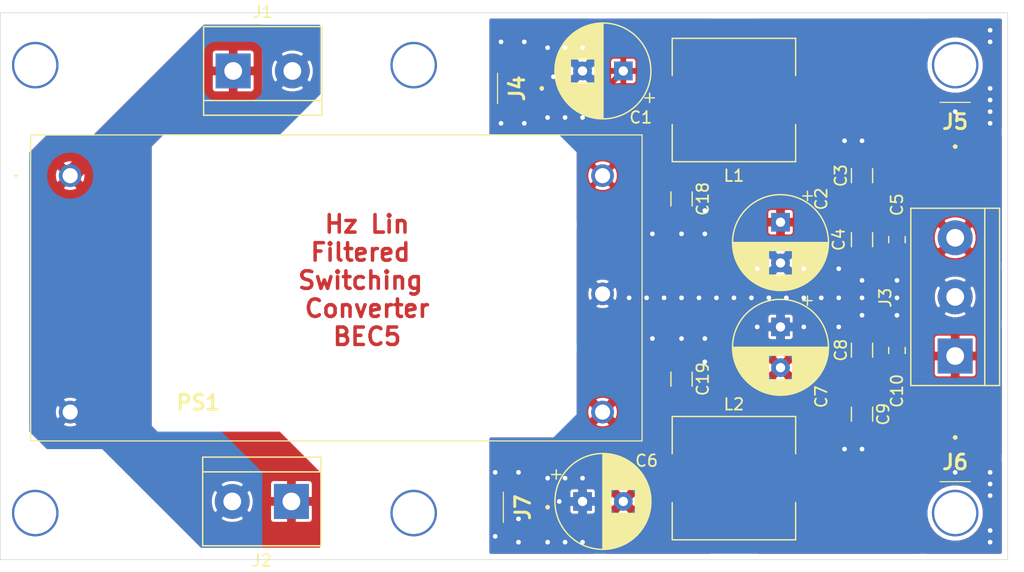
<source format=kicad_pcb>
(kicad_pcb (version 20171130) (host pcbnew "(5.1.4)-1")
  (layers (0 F.Cu signal) (31 B.Cu signal) (34 B.Paste user) (35 F.Paste user) (36 B.SilkS user) (37 F.SilkS user) (38 B.Mask user) (39 F.Mask user) (44 Edge.Cuts user))
  (net 0 "")
  (net 1 "Net-(C1-Pad1)")
  (net 2 "Net-(C2-Pad1)")
  (net 3 "Net-(C10-Pad1)")
  (net 4 GND)
  (net 5 "Net-(C19-Pad2)")
  (net 6 "Net-(J1-Pad2)")
  (net 7 "Net-(J1-Pad1)")
  (module SamacSys_Parts:23370191 (layer F.Cu) (at 87.5 109.5 90)
    (fp_text reference J7 (at 0 0.375 90) (layer F.SilkS) (effects (font (size 1.27 1.27) (thickness 0.254))))
    (fp_text value 2337019-1 hide)
    (pad 3 smd rect (at 1.475 0 90) (size 1.05 2.2) (layers F.Cu F.Paste F.Mask) (net 4 GND))
    (pad 2 smd rect (at -1.475 0 90) (size 1.05 2.2) (layers F.Cu F.Paste F.Mask) (net 4 GND))
    (pad 1 smd rect (at 0 1.525 90) (size 1 1.05) (layers F.Cu F.Paste F.Mask) (net 5 "Net-(C19-Pad2)"))
  )
  (module SamacSys_Parts:23370191 (layer F.Cu) (at 125 106 180)
    (fp_text reference J6 (at 0 0.375) (layer F.SilkS) (effects (font (size 1.27 1.27) (thickness 0.254))))
    (fp_text value 2337019-1 hide)
    (pad 3 smd rect (at 1.475 0 180) (size 1.05 2.2) (layers F.Cu F.Paste F.Mask) (net 4 GND))
    (pad 2 smd rect (at -1.475 0 180) (size 1.05 2.2) (layers F.Cu F.Paste F.Mask) (net 4 GND))
    (pad 1 smd rect (at 0 1.525 180) (size 1 1.05) (layers F.Cu F.Paste F.Mask) (net 3 "Net-(C10-Pad1)"))
  )
  (module SamacSys_Parts:23370191 (layer F.Cu) (at 125 76)
    (fp_text reference J5 (at 0 0.375) (layer F.SilkS) (effects (font (size 1.27 1.27) (thickness 0.254))))
    (fp_text value 2337019-1 hide)
    (pad 3 smd rect (at 1.475 0) (size 1.05 2.2) (layers F.Cu F.Paste F.Mask) (net 4 GND))
    (pad 2 smd rect (at -1.475 0) (size 1.05 2.2) (layers F.Cu F.Paste F.Mask) (net 4 GND))
    (pad 1 smd rect (at 0 1.525) (size 1 1.05) (layers F.Cu F.Paste F.Mask) (net 2 "Net-(C2-Pad1)"))
  )
  (module SamacSys_Parts:23370191 (layer F.Cu) (at 87 73.5 90)
    (fp_text reference J4 (at 0 0.375 90) (layer F.SilkS) (effects (font (size 1.27 1.27) (thickness 0.254))))
    (fp_text value 2337019-1 hide)
    (pad 3 smd rect (at 1.475 0 90) (size 1.05 2.2) (layers F.Cu F.Paste F.Mask) (net 4 GND))
    (pad 2 smd rect (at -1.475 0 90) (size 1.05 2.2) (layers F.Cu F.Paste F.Mask) (net 4 GND))
    (pad 1 smd rect (at 0 1.525 90) (size 1 1.05) (layers F.Cu F.Paste F.Mask) (net 1 "Net-(C1-Pad1)"))
  )
  (module TerminalBlock:TerminalBlock_bornier-2_P5.08mm (layer F.Cu) (at 68 109 180)
    (fp_text reference J2 (at 2.54 -5.08) (layer F.SilkS))
    (fp_text value Screw_Terminal_01x02)
    (pad 2 thru_hole circle (at 5.08 0 180) (size 3 3) (drill 1.52) (layers *.Cu *.Mask) (net 6 "Net-(J1-Pad2)"))
    (pad 1 thru_hole rect (at 0 0 180) (size 3 3) (drill 1.52) (layers *.Cu *.Mask) (net 7 "Net-(J1-Pad1)"))
  )
  (module TerminalBlock:TerminalBlock_bornier-2_P5.08mm (layer F.Cu) (at 63 72)
    (fp_text reference J1 (at 2.54 -5.08) (layer F.SilkS))
    (fp_text value Screw_Terminal_01x02)
    (pad 2 thru_hole circle (at 5.08 0) (size 3 3) (drill 1.52) (layers *.Cu *.Mask) (net 6 "Net-(J1-Pad2)"))
    (pad 1 thru_hole rect (at 0 0) (size 3 3) (drill 1.52) (layers *.Cu *.Mask) (net 7 "Net-(J1-Pad1)"))
  )
  (module Capacitor_SMD:C_1206_3216Metric_Pad1.42x1.75mm_HandSolder (layer F.Cu) (at 101.5 98.4875 270)
    (fp_text reference C19 (at 0 -1.82 90) (layer F.SilkS))
    (fp_text value 1uF)
    (pad 2 smd roundrect (at 1.4875 0 270) (size 1.425 1.75) (layers F.Cu F.Paste F.Mask) (roundrect_rratio 0.175439) (net 5 "Net-(C19-Pad2)"))
    (pad 1 smd roundrect (at -1.4875 0 270) (size 1.425 1.75) (layers F.Cu F.Paste F.Mask) (roundrect_rratio 0.175439) (net 4 GND))
  )
  (module Capacitor_SMD:C_1206_3216Metric_Pad1.42x1.75mm_HandSolder (layer F.Cu) (at 101.5 83 270)
    (fp_text reference C18 (at 0 -1.82 90) (layer F.SilkS))
    (fp_text value 1uF)
    (pad 2 smd roundrect (at 1.4875 0 270) (size 1.425 1.75) (layers F.Cu F.Paste F.Mask) (roundrect_rratio 0.175439) (net 4 GND))
    (pad 1 smd roundrect (at -1.4875 0 270) (size 1.425 1.75) (layers F.Cu F.Paste F.Mask) (roundrect_rratio 0.175439) (net 1 "Net-(C1-Pad1)"))
  )
  (module Inductor_SMD:L_10.4x10.4_H4.8 (layer F.Cu) (at 106 107)
    (fp_text reference L2 (at 0 -6.35) (layer F.SilkS))
    (fp_text value "100uH(IHLP4040DZER101M11)")
    (pad 2 smd rect (at 4.15 0) (size 2.7 3.6) (layers F.Cu F.Paste F.Mask) (net 3 "Net-(C10-Pad1)"))
    (pad 1 smd rect (at -4.15 0) (size 2.7 3.6) (layers F.Cu F.Paste F.Mask) (net 5 "Net-(C19-Pad2)"))
  )
  (module TerminalBlock:TerminalBlock_bornier-3_P5.08mm (layer F.Cu) (at 125 96.5 90)
    (fp_text reference J3 (at 5 -6 90) (layer F.SilkS))
    (fp_text value Screw_Terminal_01x03)
    (pad 3 thru_hole circle (at 10.16 0 90) (size 3 3) (drill 1.52) (layers *.Cu *.Mask) (net 2 "Net-(C2-Pad1)"))
    (pad 2 thru_hole circle (at 5.08 0 90) (size 3 3) (drill 1.52) (layers *.Cu *.Mask) (net 4 GND))
    (pad 1 thru_hole rect (at 0 0 90) (size 3 3) (drill 1.52) (layers *.Cu *.Mask) (net 3 "Net-(C10-Pad1)"))
  )
  (module Capacitor_SMD:C_0805_2012Metric_Pad1.15x1.40mm_HandSolder (layer F.Cu) (at 120 96.025 90)
    (fp_text reference C10 (at -3.475 0 90) (layer F.SilkS))
    (fp_text value 0.1uF)
    (pad 2 smd roundrect (at 1.025 0 90) (size 1.15 1.4) (layers F.Cu F.Paste F.Mask) (roundrect_rratio 0.217391) (net 4 GND))
    (pad 1 smd roundrect (at -1.025 0 90) (size 1.15 1.4) (layers F.Cu F.Paste F.Mask) (roundrect_rratio 0.217391) (net 3 "Net-(C10-Pad1)"))
  )
  (module Capacitor_SMD:C_1206_3216Metric_Pad1.42x1.75mm_HandSolder (layer F.Cu) (at 117 101.5 270)
    (fp_text reference C9 (at 0 -1.82 90) (layer F.SilkS))
    (fp_text value 1uF)
    (pad 2 smd roundrect (at 1.4875 0 270) (size 1.425 1.75) (layers F.Cu F.Paste F.Mask) (roundrect_rratio 0.175439) (net 4 GND))
    (pad 1 smd roundrect (at -1.4875 0 270) (size 1.425 1.75) (layers F.Cu F.Paste F.Mask) (roundrect_rratio 0.175439) (net 3 "Net-(C10-Pad1)"))
  )
  (module Capacitor_SMD:C_1206_3216Metric_Pad1.42x1.75mm_HandSolder (layer F.Cu) (at 117 96 90)
    (fp_text reference C8 (at 0 -1.82 90) (layer F.SilkS))
    (fp_text value 1uF)
    (pad 2 smd roundrect (at 1.4875 0 90) (size 1.425 1.75) (layers F.Cu F.Paste F.Mask) (roundrect_rratio 0.175439) (net 4 GND))
    (pad 1 smd roundrect (at -1.4875 0 90) (size 1.425 1.75) (layers F.Cu F.Paste F.Mask) (roundrect_rratio 0.175439) (net 3 "Net-(C10-Pad1)"))
  )
  (module Capacitor_THT:CP_Radial_D8.0mm_P3.50mm (layer F.Cu) (at 110 94 270)
    (fp_text reference C7 (at 6 -3.5 90) (layer F.SilkS))
    (fp_text value "680uF(RNL1C681MDS1)")
    (pad 2 thru_hole circle (at 3.5 0 270) (size 1.6 1.6) (drill 0.8) (layers *.Cu *.Mask) (net 3 "Net-(C10-Pad1)"))
    (pad 1 thru_hole rect (at 0 0 270) (size 1.6 1.6) (drill 0.8) (layers *.Cu *.Mask) (net 4 GND))
  )
  (module Capacitor_THT:CP_Radial_D8.0mm_P3.50mm (layer F.Cu) (at 93 109)
    (fp_text reference C6 (at 5.5 -3.5) (layer F.SilkS))
    (fp_text value "220uF(RNU1C271MDN1)")
    (pad 2 thru_hole circle (at 3.5 0) (size 1.6 1.6) (drill 0.8) (layers *.Cu *.Mask) (net 5 "Net-(C19-Pad2)"))
    (pad 1 thru_hole rect (at 0 0) (size 1.6 1.6) (drill 0.8) (layers *.Cu *.Mask) (net 4 GND))
  )
  (module SamacSys_Parts:RAC2024SK (layer F.Cu) (at 49 81)
    (fp_text reference PS1 (at 11 19.5) (layer F.SilkS) (effects (font (size 1.27 1.27) (thickness 0.254))))
    (fp_text value RAC20-12DK hide)
    (pad 5 thru_hole circle (at 45.72 0) (size 1.95 1.95) (drill 1.3) (layers *.Cu *.Mask) (net 1 "Net-(C1-Pad1)"))
    (pad 4 thru_hole circle (at 45.72 10.16) (size 1.95 1.95) (drill 1.3) (layers *.Cu *.Mask) (net 4 GND))
    (pad 3 thru_hole circle (at 45.72 20.32) (size 1.95 1.95) (drill 1.3) (layers *.Cu *.Mask) (net 5 "Net-(C19-Pad2)"))
    (pad 2 thru_hole circle (at 0 20.32) (size 1.95 1.95) (drill 1.3) (layers *.Cu *.Mask) (net 6 "Net-(J1-Pad2)"))
    (pad 1 thru_hole circle (at 0 0) (size 1.95 1.95) (drill 1.3) (layers *.Cu *.Mask) (net 7 "Net-(J1-Pad1)"))
  )
  (module Inductor_SMD:L_10.4x10.4_H4.8 (layer F.Cu) (at 106 74.5)
    (fp_text reference L1 (at 0 6.5) (layer F.SilkS))
    (fp_text value "100uH(IHLP4040DZER101M11)")
    (pad 2 smd rect (at 4.15 0) (size 2.7 3.6) (layers F.Cu F.Paste F.Mask) (net 2 "Net-(C2-Pad1)"))
    (pad 1 smd rect (at -4.15 0) (size 2.7 3.6) (layers F.Cu F.Paste F.Mask) (net 1 "Net-(C1-Pad1)"))
  )
  (module Capacitor_SMD:C_0805_2012Metric_Pad1.15x1.40mm_HandSolder (layer F.Cu) (at 120 86.5 270)
    (fp_text reference C5 (at -3 0 90) (layer F.SilkS))
    (fp_text value 0.1uF)
    (pad 2 smd roundrect (at 1.025 0 270) (size 1.15 1.4) (layers F.Cu F.Paste F.Mask) (roundrect_rratio 0.217391) (net 4 GND))
    (pad 1 smd roundrect (at -1.025 0 270) (size 1.15 1.4) (layers F.Cu F.Paste F.Mask) (roundrect_rratio 0.217391) (net 2 "Net-(C2-Pad1)"))
  )
  (module Capacitor_SMD:C_1206_3216Metric_Pad1.42x1.75mm_HandSolder (layer F.Cu) (at 117 86.5 270)
    (fp_text reference C4 (at 0 2 90) (layer F.SilkS))
    (fp_text value 1uF)
    (pad 2 smd roundrect (at 1.4875 0 270) (size 1.425 1.75) (layers F.Cu F.Paste F.Mask) (roundrect_rratio 0.175439) (net 4 GND))
    (pad 1 smd roundrect (at -1.4875 0 270) (size 1.425 1.75) (layers F.Cu F.Paste F.Mask) (roundrect_rratio 0.175439) (net 2 "Net-(C2-Pad1)"))
  )
  (module Capacitor_SMD:C_1206_3216Metric_Pad1.42x1.75mm_HandSolder (layer F.Cu) (at 117 81 90)
    (fp_text reference C3 (at 0 -1.82 90) (layer F.SilkS))
    (fp_text value 1uF)
    (pad 2 smd roundrect (at 1.4875 0 90) (size 1.425 1.75) (layers F.Cu F.Paste F.Mask) (roundrect_rratio 0.175439) (net 4 GND))
    (pad 1 smd roundrect (at -1.4875 0 90) (size 1.425 1.75) (layers F.Cu F.Paste F.Mask) (roundrect_rratio 0.175439) (net 2 "Net-(C2-Pad1)"))
  )
  (module Capacitor_THT:CP_Radial_D8.0mm_P3.50mm (layer F.Cu) (at 110 85 270)
    (fp_text reference C2 (at -2 -3.5 90) (layer F.SilkS))
    (fp_text value "680uF(RNL1C681MDS1)")
    (pad 2 thru_hole circle (at 3.5 0 270) (size 1.6 1.6) (drill 0.8) (layers *.Cu *.Mask) (net 4 GND))
    (pad 1 thru_hole rect (at 0 0 270) (size 1.6 1.6) (drill 0.8) (layers *.Cu *.Mask) (net 2 "Net-(C2-Pad1)"))
  )
  (module Capacitor_THT:CP_Radial_D8.0mm_P3.50mm (layer F.Cu) (at 96.5 72 180)
    (fp_text reference C1 (at -1.5 -4) (layer F.SilkS))
    (fp_text value "220uF(RNU1C271MDN1)")
    (pad 2 thru_hole circle (at 3.5 0 180) (size 1.6 1.6) (drill 0.8) (layers *.Cu *.Mask) (net 4 GND))
    (pad 1 thru_hole rect (at 0 0 180) (size 1.6 1.6) (drill 0.8) (layers *.Cu *.Mask) (net 1 "Net-(C1-Pad1)"))
  )
  (gr_text "Hz Lin\nFiltered \nSwitching \nConverter\nBEC5\n" (at 74.5 90) (layer F.Cu) (effects (font (size 1.5 1.5) (thickness 0.3))))
  (gr_line (start 129.5 114) (end 43 114) (layer Edge.Cuts) (width 0.05))
  (gr_line (start 129.5 67) (end 129.5 114) (layer Edge.Cuts) (width 0.05))
  (gr_line (start 43 67) (end 43 114) (layer Edge.Cuts) (width 0.05))
  (gr_line (start 129.5 67) (end 43 67) (layer Edge.Cuts) (width 0.05))
  (via (at 125 71.5) (size 4) (drill 3.6) (layers F.Cu B.Cu) (net 0))
  (via (at 125 110) (size 4) (drill 3.6) (layers F.Cu B.Cu) (net 0))
  (via (at 46 110) (size 4) (drill 3.6) (layers F.Cu B.Cu) (net 0))
  (via (at 46 71.5) (size 4) (drill 3.6) (layers F.Cu B.Cu) (net 0))
  (via (at 78.5 71.5) (size 4) (drill 3.6) (layers F.Cu B.Cu) (net 0))
  (via (at 78.5 110) (size 4) (drill 3.6) (layers F.Cu B.Cu) (net 0))
  (segment (start 94.745 81.025) (end 94.72 81) (width 0.5) (layer B.Cu) (net 1))
  (segment (start 88.55 73.5) (end 89.05 74) (width 0.5) (layer F.Cu) (net 1))
  (segment (start 88.525 73.5) (end 88.55 73.5) (width 0.5) (layer F.Cu) (net 1))
  (segment (start 89.05 74) (end 94.5 74) (width 0.5) (layer F.Cu) (net 1))
  (segment (start 94.5 74) (end 96.5 72) (width 0.5) (layer F.Cu) (net 1))
  (segment (start 125 78.55) (end 124.5 79.05) (width 0.5) (layer F.Cu) (net 2))
  (segment (start 125 77.525) (end 125 78.55) (width 0.5) (layer F.Cu) (net 2))
  (via (at 113.5 91.5) (size 0.8) (drill 0.4) (layers F.Cu B.Cu) (net 4))
  (via (at 115 91.5) (size 0.8) (drill 0.4) (layers F.Cu B.Cu) (net 4))
  (via (at 117 91.5) (size 0.8) (drill 0.4) (layers F.Cu B.Cu) (net 4))
  (via (at 117 90) (size 0.8) (drill 0.4) (layers F.Cu B.Cu) (net 4))
  (via (at 117 93) (size 0.8) (drill 0.4) (layers F.Cu B.Cu) (net 4))
  (via (at 120 93) (size 0.8) (drill 0.4) (layers F.Cu B.Cu) (net 4))
  (via (at 120 91.5) (size 0.8) (drill 0.4) (layers F.Cu B.Cu) (net 4))
  (via (at 120 90) (size 0.8) (drill 0.4) (layers F.Cu B.Cu) (net 4))
  (via (at 112 91.5) (size 0.8) (drill 0.4) (layers F.Cu B.Cu) (net 4))
  (via (at 110.5 91.5) (size 0.8) (drill 0.4) (layers F.Cu B.Cu) (net 4))
  (via (at 109 91.5) (size 0.8) (drill 0.4) (layers F.Cu B.Cu) (net 4))
  (via (at 107.5 91.5) (size 0.8) (drill 0.4) (layers F.Cu B.Cu) (net 4))
  (via (at 106 91.5) (size 0.8) (drill 0.4) (layers F.Cu B.Cu) (net 4))
  (via (at 104.5 91.5) (size 0.8) (drill 0.4) (layers F.Cu B.Cu) (net 4))
  (via (at 103 91.5) (size 0.8) (drill 0.4) (layers F.Cu B.Cu) (net 4))
  (via (at 101.5 91.5) (size 0.8) (drill 0.4) (layers F.Cu B.Cu) (net 4))
  (via (at 100 91.5) (size 0.8) (drill 0.4) (layers F.Cu B.Cu) (net 4))
  (via (at 98.5 91.5) (size 0.8) (drill 0.4) (layers F.Cu B.Cu) (net 4))
  (via (at 97 91.5) (size 0.8) (drill 0.4) (layers F.Cu B.Cu) (net 4))
  (via (at 117 78) (size 0.8) (drill 0.4) (layers F.Cu B.Cu) (net 4))
  (segment (start 117 79.5125) (end 117 78) (width 0.5) (layer F.Cu) (net 4))
  (via (at 117 104.5) (size 0.8) (drill 0.4) (layers F.Cu B.Cu) (net 4))
  (segment (start 117 102.9875) (end 117 104.5) (width 0.5) (layer F.Cu) (net 4))
  (via (at 125 75.5) (size 0.8) (drill 0.4) (layers F.Cu B.Cu) (net 4))
  (via (at 128 68.5) (size 0.8) (drill 0.4) (layers F.Cu B.Cu) (net 4))
  (via (at 128 69.5) (size 0.8) (drill 0.4) (layers F.Cu B.Cu) (net 4))
  (via (at 128 73.5) (size 0.8) (drill 0.4) (layers F.Cu B.Cu) (net 4))
  (via (at 128 74.5) (size 0.8) (drill 0.4) (layers F.Cu B.Cu) (net 4))
  (via (at 128 75.5) (size 0.8) (drill 0.4) (layers F.Cu B.Cu) (net 4))
  (via (at 128 76.5) (size 0.8) (drill 0.4) (layers F.Cu B.Cu) (net 4))
  (via (at 128 106.5) (size 0.8) (drill 0.4) (layers F.Cu B.Cu) (net 4))
  (via (at 128 107.5) (size 0.8) (drill 0.4) (layers F.Cu B.Cu) (net 4))
  (via (at 128 108.5) (size 0.8) (drill 0.4) (layers F.Cu B.Cu) (net 4))
  (via (at 128 111.5) (size 0.8) (drill 0.4) (layers F.Cu B.Cu) (net 4))
  (via (at 128 112.5) (size 0.8) (drill 0.4) (layers F.Cu B.Cu) (net 4))
  (via (at 125 106.5) (size 0.8) (drill 0.4) (layers F.Cu B.Cu) (net 4))
  (via (at 93 76) (size 0.8) (drill 0.4) (layers F.Cu B.Cu) (net 4))
  (via (at 91.5 76) (size 0.8) (drill 0.4) (layers F.Cu B.Cu) (net 4))
  (via (at 90 76) (size 0.8) (drill 0.4) (layers F.Cu B.Cu) (net 4))
  (via (at 88 76.5) (size 0.8) (drill 0.4) (layers F.Cu B.Cu) (net 4))
  (via (at 86 76.5) (size 0.8) (drill 0.4) (layers F.Cu B.Cu) (net 4))
  (via (at 86 69.5) (size 0.8) (drill 0.4) (layers F.Cu B.Cu) (net 4))
  (via (at 88 69.5) (size 0.8) (drill 0.4) (layers F.Cu B.Cu) (net 4))
  (via (at 90 70) (size 0.8) (drill 0.4) (layers F.Cu B.Cu) (net 4))
  (via (at 91.5 70) (size 0.8) (drill 0.4) (layers F.Cu B.Cu) (net 4))
  (via (at 90.5 72.5) (size 0.8) (drill 0.4) (layers F.Cu B.Cu) (net 4))
  (via (at 93 112.5) (size 0.8) (drill 0.4) (layers F.Cu B.Cu) (net 4))
  (via (at 91.5 112.5) (size 0.8) (drill 0.4) (layers F.Cu B.Cu) (net 4))
  (via (at 90 112.5) (size 0.8) (drill 0.4) (layers F.Cu B.Cu) (net 4))
  (via (at 87.5 112.5) (size 0.8) (drill 0.4) (layers F.Cu B.Cu) (net 4))
  (via (at 85.5 112) (size 0.8) (drill 0.4) (layers F.Cu B.Cu) (net 4))
  (via (at 87.5 110.5) (size 0.8) (drill 0.4) (layers F.Cu B.Cu) (net 4))
  (via (at 91 109) (size 0.8) (drill 0.4) (layers F.Cu B.Cu) (net 4))
  (via (at 90 107) (size 0.8) (drill 0.4) (layers F.Cu B.Cu) (net 4))
  (via (at 91.5 107) (size 0.8) (drill 0.4) (layers F.Cu B.Cu) (net 4))
  (via (at 93 107) (size 0.8) (drill 0.4) (layers F.Cu B.Cu) (net 4))
  (via (at 87.5 106.5) (size 0.8) (drill 0.4) (layers F.Cu B.Cu) (net 4))
  (via (at 85.5 106.5) (size 0.8) (drill 0.4) (layers F.Cu B.Cu) (net 4))
  (via (at 93 70) (size 0.8) (drill 0.4) (layers F.Cu B.Cu) (net 4))
  (via (at 103.5 84) (size 0.8) (drill 0.4) (layers F.Cu B.Cu) (net 4))
  (via (at 103.5 86) (size 0.8) (drill 0.4) (layers F.Cu B.Cu) (net 4))
  (via (at 101.5 86) (size 0.8) (drill 0.4) (layers F.Cu B.Cu) (net 4))
  (via (at 99 86) (size 0.8) (drill 0.4) (layers F.Cu B.Cu) (net 4))
  (via (at 99 95) (size 0.8) (drill 0.4) (layers F.Cu B.Cu) (net 4))
  (via (at 101.5 95) (size 0.8) (drill 0.4) (layers F.Cu B.Cu) (net 4))
  (via (at 103.5 95) (size 0.8) (drill 0.4) (layers F.Cu B.Cu) (net 4))
  (via (at 103.5 97) (size 0.8) (drill 0.4) (layers F.Cu B.Cu) (net 4))
  (via (at 112 89) (size 0.8) (drill 0.4) (layers F.Cu B.Cu) (net 4))
  (via (at 108 89) (size 0.8) (drill 0.4) (layers F.Cu B.Cu) (net 4))
  (via (at 108 94) (size 0.8) (drill 0.4) (layers F.Cu B.Cu) (net 4))
  (via (at 112 94) (size 0.8) (drill 0.4) (layers F.Cu B.Cu) (net 4))
  (via (at 115 89) (size 0.8) (drill 0.4) (layers F.Cu B.Cu) (net 4))
  (via (at 115 94) (size 0.8) (drill 0.4) (layers F.Cu B.Cu) (net 4))
  (via (at 115.5 104.5) (size 0.8) (drill 0.4) (layers F.Cu B.Cu) (net 4))
  (segment (start 117 102.9875) (end 117 103) (width 0.5) (layer F.Cu) (net 4))
  (segment (start 117 103) (end 115.5 104.5) (width 0.5) (layer F.Cu) (net 4))
  (via (at 115.5 78) (size 0.8) (drill 0.4) (layers F.Cu B.Cu) (net 4))
  (segment (start 117 79.5125) (end 117 79.5) (width 0.5) (layer F.Cu) (net 4))
  (segment (start 117 79.5) (end 115.5 78) (width 0.5) (layer F.Cu) (net 4))
  (segment (start 94.9 101.5) (end 94.72 101.32) (width 0.5) (layer B.Cu) (net 5))
  (segment (start 95.5 110) (end 96.5 109) (width 0.5) (layer F.Cu) (net 5))
  (segment (start 95.5 111) (end 95.5 110) (width 0.5) (layer F.Cu) (net 5))
  (segment (start 90.05 110.5) (end 90.55 111) (width 0.5) (layer F.Cu) (net 5))
  (segment (start 94.5 111) (end 96.5 109) (width 0.5) (layer F.Cu) (net 5))
  (segment (start 90.55 111) (end 94.5 111) (width 0.5) (layer F.Cu) (net 5))
  (segment (start 90.025 110.5) (end 89.025 109.5) (width 0.5) (layer F.Cu) (net 5))
  (segment (start 90.05 110.5) (end 90.025 110.5) (width 0.5) (layer F.Cu) (net 5))
  (segment (start 55 77.5) (end 56.14934 76.35066) (width 1.5) (layer B.Cu) (net 6))
  (segment (start 55 104.5) (end 55 77.5) (width 1.5) (layer B.Cu) (net 6))
  (segment (start 55.5 105) (end 55 104.5) (width 1.5) (layer B.Cu) (net 6))
  (segment (start 53.558858 104.5) (end 55 104.5) (width 1.5) (layer B.Cu) (net 6))
  (segment (start 50.378858 101.32) (end 53.558858 104.5) (width 1.5) (layer B.Cu) (net 6))
  (segment (start 49 101.32) (end 50.378858 101.32) (width 1.5) (layer B.Cu) (net 6))
  (segment (start 68 109) (end 68 108.5) (width 1.5) (layer B.Cu) (net 7))
  (segment (start 55 77) (end 55 105) (width 1.5) (layer F.Cu) (net 7))
  (segment (start 53 77) (end 49 81) (width 1.5) (layer F.Cu) (net 7))
  (segment (start 55 77) (end 53 77) (width 1.5) (layer F.Cu) (net 7))
  (zone (net 7) (net_name "Net-(J1-Pad1)") (layer F.Cu) (connect_pads (clearance 1)) (min_thickness 0.254) (fill yes (arc_segments 32) (thermal_gap 0.25) (thermal_bridge_width 0.75))
    (polygon (pts (xy 60.5 68) (xy 51 77.5) (xy 47 77.5) (xy 45.5 79) (xy 45.5 103) (xy 47 104.5) (xy 51.75 104.5) (xy 60.25 113) (xy 70.5 113) (xy 70.5 106.5) (xy 67 103) (xy 56.5 103) (xy 56 102.5) (xy 56 78.5) (xy 57 77.5) (xy 62 77.5) (xy 65.5 74) (xy 65.5 68)))
  )
  (zone (net 6) (net_name "Net-(J1-Pad2)") (layer B.Cu) (priority 2) (connect_pads (clearance 1)) (min_thickness 0.254) (fill yes (arc_segments 32) (thermal_gap 0.25) (thermal_bridge_width 0.75))
    (polygon (pts (xy 60.5 68) (xy 51 77.5) (xy 47 77.5) (xy 45.5 79) (xy 45.5 103) (xy 47 104.5) (xy 51.75 104.5) (xy 60.25 113) (xy 65.5 113) (xy 65.5 106.5) (xy 62 103) (xy 56.5 103) (xy 56 102.5) (xy 56 78.5) (xy 57 77.5) (xy 67 77.5) (xy 70.5 74) (xy 70.5 68)))
  )
  (zone (net 1) (net_name "Net-(C1-Pad1)") (layer F.Cu) (connect_pads (clearance 0.375)) (min_thickness 0.25) (fill yes (arc_segments 32) (thermal_gap 0.25) (thermal_bridge_width 0.5))
    (polygon (pts (xy 95 67.5) (xy 95 76.5) (xy 92.5 79) (xy 92.5 85) (xy 98 85) (xy 100.5 82.5) (xy 104 82.5) (xy 104 67.5)))
  )
  (zone (net 5) (net_name "Net-(C19-Pad2)") (layer F.Cu) (connect_pads (clearance 0.375)) (min_thickness 0.254) (fill yes (arc_segments 32) (thermal_gap 0.25) (thermal_bridge_width 0.75))
    (polygon (pts (xy 95 113.5) (xy 95 105) (xy 92.5 102.5) (xy 92.5 98) (xy 92.5 96) (xy 97.875 96) (xy 100.25 98.5) (xy 104 98.5) (xy 104 113.5)))
  )
  (zone (net 3) (net_name "Net-(C10-Pad1)") (layer F.Cu) (connect_pads (clearance 0.375)) (min_thickness 0.254) (fill yes (arc_segments 32) (thermal_gap 0.25) (thermal_bridge_width 0.75))
    (polygon (pts (xy 107.5 96) (xy 107 96.5) (xy 107 98.5) (xy 108 99.5) (xy 108 113.5) (xy 122 113.5) (xy 122 105) (xy 129 105) (xy 129 94) (xy 122 94) (xy 120 96) (xy 118.5 96) (xy 117 96) (xy 115 96) (xy 114.5 96)))
  )
  (zone (net 2) (net_name "Net-(C2-Pad1)") (layer F.Cu) (connect_pads (clearance 0.375)) (min_thickness 0.254) (fill yes (arc_segments 32) (thermal_gap 0.25) (thermal_bridge_width 0.75))
    (polygon (pts (xy 107.5 86.511646) (xy 107 86) (xy 107 84) (xy 108 83) (xy 108 67.5) (xy 122 67.5) (xy 122 77.5) (xy 129 77.5) (xy 129 88.5) (xy 122 88.5) (xy 120 86.5) (xy 118.5 86.5) (xy 118 86.5) (xy 115 86.5) (xy 114 86.511646)))
  )
  (zone (net 4) (net_name GND) (layer F.Cu) (connect_pads (clearance 0.375)) (min_thickness 0.254) (fill yes (arc_segments 32) (thermal_gap 0.25) (thermal_bridge_width 0.75))
    (polygon (pts (xy 92.5 85.5) (xy 92.5 95.5) (xy 98 95.5) (xy 100.5 98) (xy 105.5 98) (xy 106.5 97) (xy 106.5 96) (xy 107 95.5) (xy 120 95.5) (xy 122 93.5) (xy 129 93.5) (xy 129 89) (xy 122 89) (xy 120 87) (xy 115.5 87) (xy 107 87) (xy 106.5 86.5) (xy 106.5 84) (xy 105.5 83) (xy 101 83) (xy 100.5 83) (xy 98 85.5)))
  )
  (zone (net 4) (net_name GND) (layer B.Cu) (priority 2) (connect_pads (clearance 0.375)) (min_thickness 0.254) (fill yes (arc_segments 32) (thermal_gap 0.25) (thermal_bridge_width 0.75))
    (polygon (pts (xy 85 67.5) (xy 129 67.5) (xy 129 113.5) (xy 85 113.5) (xy 85 103.5) (xy 90.5 103.5) (xy 92.5 101.5) (xy 92.5 79) (xy 91 77.5) (xy 85 77.5) (xy 85 75.5)))
  )
  (zone (net 4) (net_name GND) (layer F.Cu) (connect_pads (clearance 0.375)) (min_thickness 0.254) (fill yes (arc_segments 32) (thermal_gap 0.25) (thermal_bridge_width 0.75))
    (polygon (pts (xy 129 113.5) (xy 122.5 113.5) (xy 122.5 105.5) (xy 129 105.5)))
  )
  (zone (net 4) (net_name GND) (layer F.Cu) (connect_pads (clearance 0.375)) (min_thickness 0.254) (fill yes (arc_segments 32) (thermal_gap 0.25) (thermal_bridge_width 0.75))
    (polygon (pts (xy 129 67.5) (xy 129 77) (xy 122.5 77) (xy 122.5 67.5)))
  )
  (zone (net 4) (net_name GND) (layer F.Cu) (connect_pads (clearance 0.375)) (min_thickness 0.254) (fill yes (arc_segments 32) (thermal_gap 0.25) (thermal_bridge_width 0.75))
    (polygon (pts (xy 85 103.5) (xy 85 113.5) (xy 94 113.5) (xy 94 105.5) (xy 92 103.5)))
  )
  (zone (net 4) (net_name GND) (layer F.Cu) (connect_pads (clearance 0.375)) (min_thickness 0.254) (fill yes (arc_segments 32) (thermal_gap 0.25) (thermal_bridge_width 0.75))
    (polygon (pts (xy 85 67.5) (xy 85 77.5) (xy 91 77.5) (xy 92.5 77.5) (xy 94 76) (xy 94 67.5)))
  )
)
</source>
